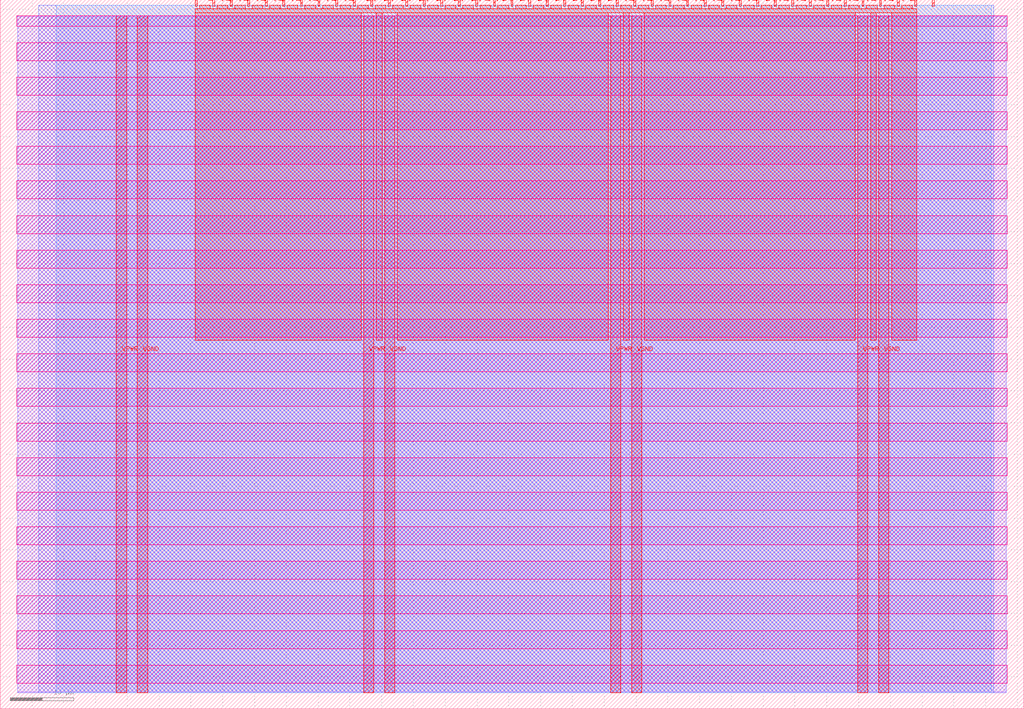
<source format=lef>
VERSION 5.7 ;
  NOWIREEXTENSIONATPIN ON ;
  DIVIDERCHAR "/" ;
  BUSBITCHARS "[]" ;
MACRO tt_um_vga_clock
  CLASS BLOCK ;
  FOREIGN tt_um_vga_clock ;
  ORIGIN 0.000 0.000 ;
  SIZE 161.000 BY 111.520 ;
  PIN VGND
    DIRECTION INOUT ;
    USE GROUND ;
    PORT
      LAYER met4 ;
        RECT 21.580 2.480 23.180 109.040 ;
    END
    PORT
      LAYER met4 ;
        RECT 60.450 2.480 62.050 109.040 ;
    END
    PORT
      LAYER met4 ;
        RECT 99.320 2.480 100.920 109.040 ;
    END
    PORT
      LAYER met4 ;
        RECT 138.190 2.480 139.790 109.040 ;
    END
  END VGND
  PIN VPWR
    DIRECTION INOUT ;
    USE POWER ;
    PORT
      LAYER met4 ;
        RECT 18.280 2.480 19.880 109.040 ;
    END
    PORT
      LAYER met4 ;
        RECT 57.150 2.480 58.750 109.040 ;
    END
    PORT
      LAYER met4 ;
        RECT 96.020 2.480 97.620 109.040 ;
    END
    PORT
      LAYER met4 ;
        RECT 134.890 2.480 136.490 109.040 ;
    END
  END VPWR
  PIN clk
    DIRECTION INPUT ;
    USE SIGNAL ;
    ANTENNAGATEAREA 0.852000 ;
    PORT
      LAYER met4 ;
        RECT 143.830 110.520 144.130 111.520 ;
    END
  END clk
  PIN ena
    DIRECTION INPUT ;
    USE SIGNAL ;
    PORT
      LAYER met4 ;
        RECT 146.590 110.520 146.890 111.520 ;
    END
  END ena
  PIN rst_n
    DIRECTION INPUT ;
    USE SIGNAL ;
    ANTENNAGATEAREA 0.159000 ;
    PORT
      LAYER met4 ;
        RECT 141.070 110.520 141.370 111.520 ;
    END
  END rst_n
  PIN ui_in[0]
    DIRECTION INPUT ;
    USE SIGNAL ;
    ANTENNAGATEAREA 0.126000 ;
    PORT
      LAYER met4 ;
        RECT 138.310 110.520 138.610 111.520 ;
    END
  END ui_in[0]
  PIN ui_in[1]
    DIRECTION INPUT ;
    USE SIGNAL ;
    ANTENNAGATEAREA 0.213000 ;
    PORT
      LAYER met4 ;
        RECT 135.550 110.520 135.850 111.520 ;
    END
  END ui_in[1]
  PIN ui_in[2]
    DIRECTION INPUT ;
    USE SIGNAL ;
    ANTENNAGATEAREA 0.196500 ;
    PORT
      LAYER met4 ;
        RECT 132.790 110.520 133.090 111.520 ;
    END
  END ui_in[2]
  PIN ui_in[3]
    DIRECTION INPUT ;
    USE SIGNAL ;
    ANTENNAGATEAREA 0.213000 ;
    PORT
      LAYER met4 ;
        RECT 130.030 110.520 130.330 111.520 ;
    END
  END ui_in[3]
  PIN ui_in[4]
    DIRECTION INPUT ;
    USE SIGNAL ;
    PORT
      LAYER met4 ;
        RECT 127.270 110.520 127.570 111.520 ;
    END
  END ui_in[4]
  PIN ui_in[5]
    DIRECTION INPUT ;
    USE SIGNAL ;
    PORT
      LAYER met4 ;
        RECT 124.510 110.520 124.810 111.520 ;
    END
  END ui_in[5]
  PIN ui_in[6]
    DIRECTION INPUT ;
    USE SIGNAL ;
    PORT
      LAYER met4 ;
        RECT 121.750 110.520 122.050 111.520 ;
    END
  END ui_in[6]
  PIN ui_in[7]
    DIRECTION INPUT ;
    USE SIGNAL ;
    PORT
      LAYER met4 ;
        RECT 118.990 110.520 119.290 111.520 ;
    END
  END ui_in[7]
  PIN uio_in[0]
    DIRECTION INPUT ;
    USE SIGNAL ;
    PORT
      LAYER met4 ;
        RECT 116.230 110.520 116.530 111.520 ;
    END
  END uio_in[0]
  PIN uio_in[1]
    DIRECTION INPUT ;
    USE SIGNAL ;
    PORT
      LAYER met4 ;
        RECT 113.470 110.520 113.770 111.520 ;
    END
  END uio_in[1]
  PIN uio_in[2]
    DIRECTION INPUT ;
    USE SIGNAL ;
    PORT
      LAYER met4 ;
        RECT 110.710 110.520 111.010 111.520 ;
    END
  END uio_in[2]
  PIN uio_in[3]
    DIRECTION INPUT ;
    USE SIGNAL ;
    PORT
      LAYER met4 ;
        RECT 107.950 110.520 108.250 111.520 ;
    END
  END uio_in[3]
  PIN uio_in[4]
    DIRECTION INPUT ;
    USE SIGNAL ;
    PORT
      LAYER met4 ;
        RECT 105.190 110.520 105.490 111.520 ;
    END
  END uio_in[4]
  PIN uio_in[5]
    DIRECTION INPUT ;
    USE SIGNAL ;
    PORT
      LAYER met4 ;
        RECT 102.430 110.520 102.730 111.520 ;
    END
  END uio_in[5]
  PIN uio_in[6]
    DIRECTION INPUT ;
    USE SIGNAL ;
    PORT
      LAYER met4 ;
        RECT 99.670 110.520 99.970 111.520 ;
    END
  END uio_in[6]
  PIN uio_in[7]
    DIRECTION INPUT ;
    USE SIGNAL ;
    PORT
      LAYER met4 ;
        RECT 96.910 110.520 97.210 111.520 ;
    END
  END uio_in[7]
  PIN uio_oe[0]
    DIRECTION OUTPUT ;
    USE SIGNAL ;
    ANTENNADIFFAREA 0.445500 ;
    PORT
      LAYER met4 ;
        RECT 49.990 110.520 50.290 111.520 ;
    END
  END uio_oe[0]
  PIN uio_oe[1]
    DIRECTION OUTPUT ;
    USE SIGNAL ;
    ANTENNADIFFAREA 0.445500 ;
    PORT
      LAYER met4 ;
        RECT 47.230 110.520 47.530 111.520 ;
    END
  END uio_oe[1]
  PIN uio_oe[2]
    DIRECTION OUTPUT ;
    USE SIGNAL ;
    ANTENNADIFFAREA 0.445500 ;
    PORT
      LAYER met4 ;
        RECT 44.470 110.520 44.770 111.520 ;
    END
  END uio_oe[2]
  PIN uio_oe[3]
    DIRECTION OUTPUT ;
    USE SIGNAL ;
    ANTENNADIFFAREA 0.445500 ;
    PORT
      LAYER met4 ;
        RECT 41.710 110.520 42.010 111.520 ;
    END
  END uio_oe[3]
  PIN uio_oe[4]
    DIRECTION OUTPUT ;
    USE SIGNAL ;
    ANTENNADIFFAREA 0.445500 ;
    PORT
      LAYER met4 ;
        RECT 38.950 110.520 39.250 111.520 ;
    END
  END uio_oe[4]
  PIN uio_oe[5]
    DIRECTION OUTPUT ;
    USE SIGNAL ;
    ANTENNADIFFAREA 0.445500 ;
    PORT
      LAYER met4 ;
        RECT 36.190 110.520 36.490 111.520 ;
    END
  END uio_oe[5]
  PIN uio_oe[6]
    DIRECTION OUTPUT ;
    USE SIGNAL ;
    ANTENNADIFFAREA 0.445500 ;
    PORT
      LAYER met4 ;
        RECT 33.430 110.520 33.730 111.520 ;
    END
  END uio_oe[6]
  PIN uio_oe[7]
    DIRECTION OUTPUT ;
    USE SIGNAL ;
    ANTENNADIFFAREA 0.445500 ;
    PORT
      LAYER met4 ;
        RECT 30.670 110.520 30.970 111.520 ;
    END
  END uio_oe[7]
  PIN uio_out[0]
    DIRECTION OUTPUT ;
    USE SIGNAL ;
    ANTENNADIFFAREA 0.445500 ;
    PORT
      LAYER met4 ;
        RECT 72.070 110.520 72.370 111.520 ;
    END
  END uio_out[0]
  PIN uio_out[1]
    DIRECTION OUTPUT ;
    USE SIGNAL ;
    ANTENNADIFFAREA 0.445500 ;
    PORT
      LAYER met4 ;
        RECT 69.310 110.520 69.610 111.520 ;
    END
  END uio_out[1]
  PIN uio_out[2]
    DIRECTION OUTPUT ;
    USE SIGNAL ;
    ANTENNADIFFAREA 0.445500 ;
    PORT
      LAYER met4 ;
        RECT 66.550 110.520 66.850 111.520 ;
    END
  END uio_out[2]
  PIN uio_out[3]
    DIRECTION OUTPUT ;
    USE SIGNAL ;
    ANTENNADIFFAREA 0.445500 ;
    PORT
      LAYER met4 ;
        RECT 63.790 110.520 64.090 111.520 ;
    END
  END uio_out[3]
  PIN uio_out[4]
    DIRECTION OUTPUT ;
    USE SIGNAL ;
    ANTENNADIFFAREA 0.445500 ;
    PORT
      LAYER met4 ;
        RECT 61.030 110.520 61.330 111.520 ;
    END
  END uio_out[4]
  PIN uio_out[5]
    DIRECTION OUTPUT ;
    USE SIGNAL ;
    ANTENNADIFFAREA 0.445500 ;
    PORT
      LAYER met4 ;
        RECT 58.270 110.520 58.570 111.520 ;
    END
  END uio_out[5]
  PIN uio_out[6]
    DIRECTION OUTPUT ;
    USE SIGNAL ;
    ANTENNADIFFAREA 0.445500 ;
    PORT
      LAYER met4 ;
        RECT 55.510 110.520 55.810 111.520 ;
    END
  END uio_out[6]
  PIN uio_out[7]
    DIRECTION OUTPUT ;
    USE SIGNAL ;
    ANTENNADIFFAREA 0.445500 ;
    PORT
      LAYER met4 ;
        RECT 52.750 110.520 53.050 111.520 ;
    END
  END uio_out[7]
  PIN uo_out[0]
    DIRECTION OUTPUT ;
    USE SIGNAL ;
    ANTENNADIFFAREA 0.891000 ;
    PORT
      LAYER met4 ;
        RECT 94.150 110.520 94.450 111.520 ;
    END
  END uo_out[0]
  PIN uo_out[1]
    DIRECTION OUTPUT ;
    USE SIGNAL ;
    ANTENNADIFFAREA 0.445500 ;
    PORT
      LAYER met4 ;
        RECT 91.390 110.520 91.690 111.520 ;
    END
  END uo_out[1]
  PIN uo_out[2]
    DIRECTION OUTPUT ;
    USE SIGNAL ;
    ANTENNADIFFAREA 1.431000 ;
    PORT
      LAYER met4 ;
        RECT 88.630 110.520 88.930 111.520 ;
    END
  END uo_out[2]
  PIN uo_out[3]
    DIRECTION OUTPUT ;
    USE SIGNAL ;
    ANTENNADIFFAREA 0.445500 ;
    PORT
      LAYER met4 ;
        RECT 85.870 110.520 86.170 111.520 ;
    END
  END uo_out[3]
  PIN uo_out[4]
    DIRECTION OUTPUT ;
    USE SIGNAL ;
    ANTENNADIFFAREA 0.445500 ;
    PORT
      LAYER met4 ;
        RECT 83.110 110.520 83.410 111.520 ;
    END
  END uo_out[4]
  PIN uo_out[5]
    DIRECTION OUTPUT ;
    USE SIGNAL ;
    ANTENNADIFFAREA 0.445500 ;
    PORT
      LAYER met4 ;
        RECT 80.350 110.520 80.650 111.520 ;
    END
  END uo_out[5]
  PIN uo_out[6]
    DIRECTION OUTPUT ;
    USE SIGNAL ;
    ANTENNADIFFAREA 0.891000 ;
    PORT
      LAYER met4 ;
        RECT 77.590 110.520 77.890 111.520 ;
    END
  END uo_out[6]
  PIN uo_out[7]
    DIRECTION OUTPUT ;
    USE SIGNAL ;
    ANTENNADIFFAREA 0.891000 ;
    PORT
      LAYER met4 ;
        RECT 74.830 110.520 75.130 111.520 ;
    END
  END uo_out[7]
  OBS
      LAYER nwell ;
        RECT 2.570 107.385 158.430 108.990 ;
        RECT 2.570 101.945 158.430 104.775 ;
        RECT 2.570 96.505 158.430 99.335 ;
        RECT 2.570 91.065 158.430 93.895 ;
        RECT 2.570 85.625 158.430 88.455 ;
        RECT 2.570 80.185 158.430 83.015 ;
        RECT 2.570 74.745 158.430 77.575 ;
        RECT 2.570 69.305 158.430 72.135 ;
        RECT 2.570 63.865 158.430 66.695 ;
        RECT 2.570 58.425 158.430 61.255 ;
        RECT 2.570 52.985 158.430 55.815 ;
        RECT 2.570 47.545 158.430 50.375 ;
        RECT 2.570 42.105 158.430 44.935 ;
        RECT 2.570 36.665 158.430 39.495 ;
        RECT 2.570 31.225 158.430 34.055 ;
        RECT 2.570 25.785 158.430 28.615 ;
        RECT 2.570 20.345 158.430 23.175 ;
        RECT 2.570 14.905 158.430 17.735 ;
        RECT 2.570 9.465 158.430 12.295 ;
        RECT 2.570 4.025 158.430 6.855 ;
      LAYER li1 ;
        RECT 2.760 2.635 158.240 108.885 ;
      LAYER met1 ;
        RECT 2.760 2.480 158.240 109.040 ;
      LAYER met2 ;
        RECT 6.080 2.535 156.300 110.685 ;
      LAYER met3 ;
        RECT 8.805 2.555 155.875 110.665 ;
      LAYER met4 ;
        RECT 31.370 110.120 33.030 110.665 ;
        RECT 34.130 110.120 35.790 110.665 ;
        RECT 36.890 110.120 38.550 110.665 ;
        RECT 39.650 110.120 41.310 110.665 ;
        RECT 42.410 110.120 44.070 110.665 ;
        RECT 45.170 110.120 46.830 110.665 ;
        RECT 47.930 110.120 49.590 110.665 ;
        RECT 50.690 110.120 52.350 110.665 ;
        RECT 53.450 110.120 55.110 110.665 ;
        RECT 56.210 110.120 57.870 110.665 ;
        RECT 58.970 110.120 60.630 110.665 ;
        RECT 61.730 110.120 63.390 110.665 ;
        RECT 64.490 110.120 66.150 110.665 ;
        RECT 67.250 110.120 68.910 110.665 ;
        RECT 70.010 110.120 71.670 110.665 ;
        RECT 72.770 110.120 74.430 110.665 ;
        RECT 75.530 110.120 77.190 110.665 ;
        RECT 78.290 110.120 79.950 110.665 ;
        RECT 81.050 110.120 82.710 110.665 ;
        RECT 83.810 110.120 85.470 110.665 ;
        RECT 86.570 110.120 88.230 110.665 ;
        RECT 89.330 110.120 90.990 110.665 ;
        RECT 92.090 110.120 93.750 110.665 ;
        RECT 94.850 110.120 96.510 110.665 ;
        RECT 97.610 110.120 99.270 110.665 ;
        RECT 100.370 110.120 102.030 110.665 ;
        RECT 103.130 110.120 104.790 110.665 ;
        RECT 105.890 110.120 107.550 110.665 ;
        RECT 108.650 110.120 110.310 110.665 ;
        RECT 111.410 110.120 113.070 110.665 ;
        RECT 114.170 110.120 115.830 110.665 ;
        RECT 116.930 110.120 118.590 110.665 ;
        RECT 119.690 110.120 121.350 110.665 ;
        RECT 122.450 110.120 124.110 110.665 ;
        RECT 125.210 110.120 126.870 110.665 ;
        RECT 127.970 110.120 129.630 110.665 ;
        RECT 130.730 110.120 132.390 110.665 ;
        RECT 133.490 110.120 135.150 110.665 ;
        RECT 136.250 110.120 137.910 110.665 ;
        RECT 139.010 110.120 140.670 110.665 ;
        RECT 141.770 110.120 143.430 110.665 ;
        RECT 30.655 109.440 144.145 110.120 ;
        RECT 30.655 57.975 56.750 109.440 ;
        RECT 59.150 57.975 60.050 109.440 ;
        RECT 62.450 57.975 95.620 109.440 ;
        RECT 98.020 57.975 98.920 109.440 ;
        RECT 101.320 57.975 134.490 109.440 ;
        RECT 136.890 57.975 137.790 109.440 ;
        RECT 140.190 57.975 144.145 109.440 ;
  END
END tt_um_vga_clock
END LIBRARY


</source>
